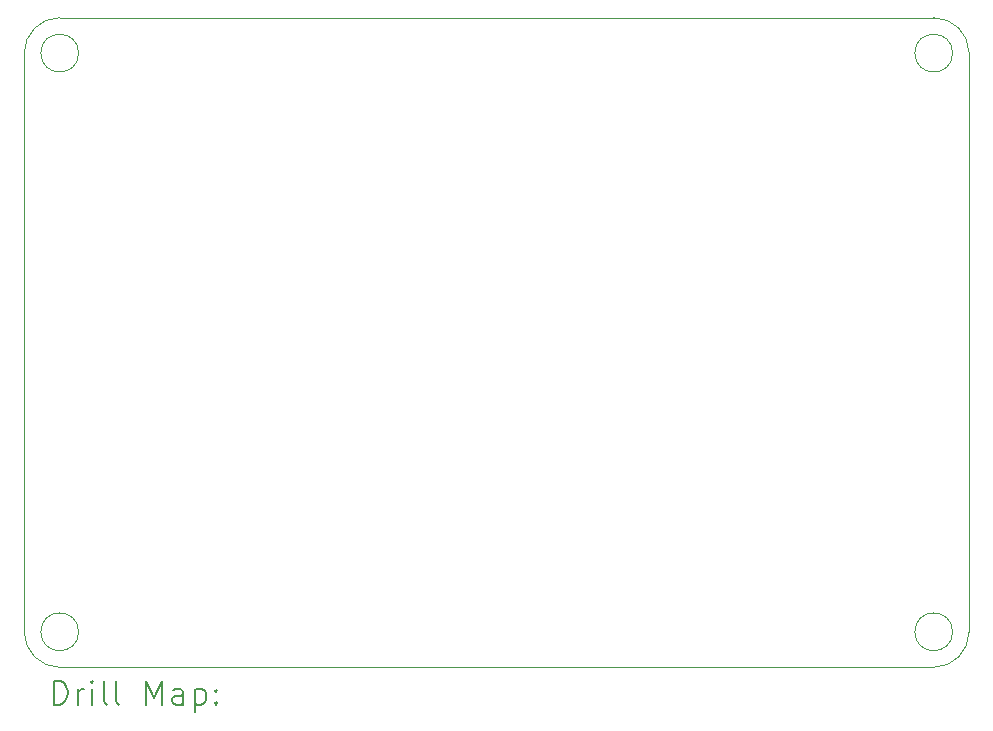
<source format=gbr>
%FSLAX45Y45*%
G04 Gerber Fmt 4.5, Leading zero omitted, Abs format (unit mm)*
G04 Created by KiCad (PCBNEW (6.0.6)) date 2022-07-07 23:14:06*
%MOMM*%
%LPD*%
G01*
G04 APERTURE LIST*
%TA.AperFunction,Profile*%
%ADD10C,0.100000*%
%TD*%
%ADD11C,0.200000*%
G04 APERTURE END LIST*
D10*
X17860000Y-6800000D02*
G75*
G03*
X17860000Y-6800000I-160000J0D01*
G01*
X18000000Y-6800000D02*
G75*
G03*
X17700000Y-6500000I-300000J0D01*
G01*
X10000000Y-11700000D02*
G75*
G03*
X10300000Y-12000000I300000J0D01*
G01*
X10000000Y-6800000D02*
X10000000Y-11700000D01*
X10300000Y-6500000D02*
G75*
G03*
X10000000Y-6800000I0J-300000D01*
G01*
X17860000Y-11700000D02*
G75*
G03*
X17860000Y-11700000I-160000J0D01*
G01*
X10300000Y-6500000D02*
X17700000Y-6500000D01*
X10460000Y-11700000D02*
G75*
G03*
X10460000Y-11700000I-160000J0D01*
G01*
X10460000Y-6800000D02*
G75*
G03*
X10460000Y-6800000I-160000J0D01*
G01*
X10300000Y-12000000D02*
X17700000Y-12000000D01*
X17700000Y-12000000D02*
G75*
G03*
X18000000Y-11700000I0J300000D01*
G01*
X18000000Y-11700000D02*
X18000000Y-6800000D01*
D11*
X10252619Y-12315476D02*
X10252619Y-12115476D01*
X10300238Y-12115476D01*
X10328810Y-12125000D01*
X10347857Y-12144048D01*
X10357381Y-12163095D01*
X10366905Y-12201190D01*
X10366905Y-12229762D01*
X10357381Y-12267857D01*
X10347857Y-12286905D01*
X10328810Y-12305952D01*
X10300238Y-12315476D01*
X10252619Y-12315476D01*
X10452619Y-12315476D02*
X10452619Y-12182143D01*
X10452619Y-12220238D02*
X10462143Y-12201190D01*
X10471667Y-12191667D01*
X10490714Y-12182143D01*
X10509762Y-12182143D01*
X10576429Y-12315476D02*
X10576429Y-12182143D01*
X10576429Y-12115476D02*
X10566905Y-12125000D01*
X10576429Y-12134524D01*
X10585952Y-12125000D01*
X10576429Y-12115476D01*
X10576429Y-12134524D01*
X10700238Y-12315476D02*
X10681190Y-12305952D01*
X10671667Y-12286905D01*
X10671667Y-12115476D01*
X10805000Y-12315476D02*
X10785952Y-12305952D01*
X10776429Y-12286905D01*
X10776429Y-12115476D01*
X11033571Y-12315476D02*
X11033571Y-12115476D01*
X11100238Y-12258333D01*
X11166905Y-12115476D01*
X11166905Y-12315476D01*
X11347857Y-12315476D02*
X11347857Y-12210714D01*
X11338333Y-12191667D01*
X11319286Y-12182143D01*
X11281190Y-12182143D01*
X11262143Y-12191667D01*
X11347857Y-12305952D02*
X11328809Y-12315476D01*
X11281190Y-12315476D01*
X11262143Y-12305952D01*
X11252619Y-12286905D01*
X11252619Y-12267857D01*
X11262143Y-12248809D01*
X11281190Y-12239286D01*
X11328809Y-12239286D01*
X11347857Y-12229762D01*
X11443095Y-12182143D02*
X11443095Y-12382143D01*
X11443095Y-12191667D02*
X11462143Y-12182143D01*
X11500238Y-12182143D01*
X11519286Y-12191667D01*
X11528809Y-12201190D01*
X11538333Y-12220238D01*
X11538333Y-12277381D01*
X11528809Y-12296428D01*
X11519286Y-12305952D01*
X11500238Y-12315476D01*
X11462143Y-12315476D01*
X11443095Y-12305952D01*
X11624048Y-12296428D02*
X11633571Y-12305952D01*
X11624048Y-12315476D01*
X11614524Y-12305952D01*
X11624048Y-12296428D01*
X11624048Y-12315476D01*
X11624048Y-12191667D02*
X11633571Y-12201190D01*
X11624048Y-12210714D01*
X11614524Y-12201190D01*
X11624048Y-12191667D01*
X11624048Y-12210714D01*
M02*

</source>
